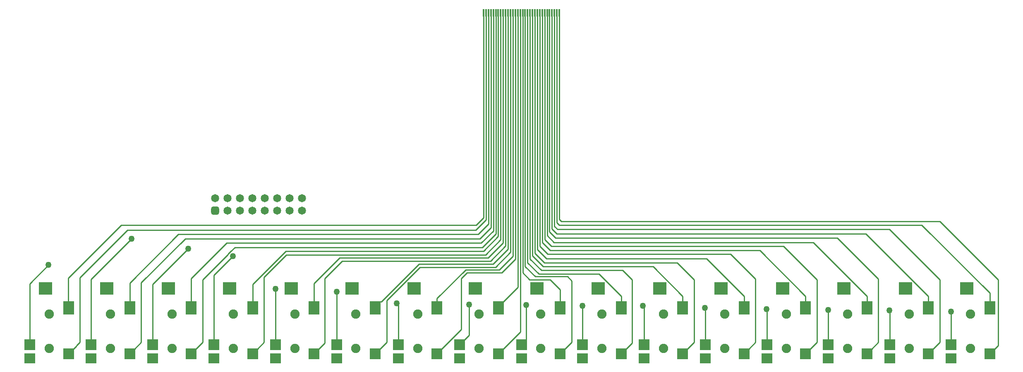
<source format=gtl>
G04*
G04 #@! TF.GenerationSoftware,Altium Limited,Altium Designer,23.8.1 (32)*
G04*
G04 Layer_Physical_Order=1*
G04 Layer_Color=255*
%FSLAX44Y44*%
%MOMM*%
G71*
G04*
G04 #@! TF.SameCoordinates,2CD9F57F-E5B0-4E4F-9D8E-019A79B69F08*
G04*
G04*
G04 #@! TF.FilePolarity,Positive*
G04*
G01*
G75*
%ADD12C,0.2540*%
%ADD14R,2.3000X2.0000*%
%ADD15R,2.3000X2.1999*%
%ADD16R,2.3000X2.8001*%
%ADD17R,2.8001X2.5999*%
%ADD18R,0.3500X1.6000*%
%ADD27C,1.8999*%
%ADD28C,1.6500*%
G04:AMPARAMS|DCode=29|XSize=1.65mm|YSize=1.65mm|CornerRadius=0.4125mm|HoleSize=0mm|Usage=FLASHONLY|Rotation=0.000|XOffset=0mm|YOffset=0mm|HoleType=Round|Shape=RoundedRectangle|*
%AMROUNDEDRECTD29*
21,1,1.6500,0.8250,0,0,0.0*
21,1,0.8250,1.6500,0,0,0.0*
1,1,0.8250,0.4125,-0.4125*
1,1,0.8250,-0.4125,-0.4125*
1,1,0.8250,-0.4125,0.4125*
1,1,0.8250,0.4125,0.4125*
%
%ADD29ROUNDEDRECTD29*%
%ADD30C,1.2700*%
D12*
X104119Y178082D02*
Y238739D01*
Y178082D02*
X104620Y177581D01*
X121119Y100581D02*
X127500Y106962D01*
X104620Y83581D02*
X105120D01*
X121119Y99580D01*
Y100581D01*
X25120Y102580D02*
Y227050D01*
X343400Y319270D02*
X946650D01*
X253230Y229100D02*
X343400Y319270D01*
X253230Y106962D02*
Y229100D01*
X276580Y102580D02*
Y225780D01*
X349250Y298450D01*
X1911070Y102580D02*
Y169900D01*
X1532890Y175260D02*
X1533880Y174270D01*
Y102580D02*
Y174270D01*
X1784350Y172720D02*
X1785340Y171730D01*
Y102580D02*
Y171730D01*
X1659610Y102580D02*
Y173710D01*
X1407160Y177800D02*
X1408150Y176810D01*
Y102580D02*
Y176810D01*
X1280160Y181610D02*
X1282420Y179350D01*
Y102580D02*
Y179350D01*
X1156690Y102580D02*
Y181890D01*
X1041110Y111981D02*
Y183120D01*
X1031610Y102481D02*
X1041110Y111981D01*
X994459Y93811D02*
X1029040Y128392D01*
Y781550D01*
X924560Y121910D02*
Y184150D01*
X905731Y102580D02*
X915460Y112310D01*
Y112810D01*
X924560Y121910D01*
X905230Y102580D02*
X905731D01*
X775970Y186690D02*
X779500Y183160D01*
Y102580D02*
Y183160D01*
X653150Y102580D02*
Y210450D01*
X528040Y102580D02*
Y216180D01*
X436482Y293370D02*
X436880D01*
X378960Y235450D02*
X430530Y287020D01*
X436880Y293370D02*
X445000Y301490D01*
X430530Y287418D02*
X436482Y293370D01*
X430530Y287020D02*
Y287418D01*
X402310Y244830D02*
X440690Y283210D01*
X402310Y102580D02*
Y244830D01*
X150850Y102580D02*
Y235940D01*
X233680Y318770D01*
X229849Y228579D02*
X329430Y328160D01*
X942840D01*
X229849Y177581D02*
Y228579D01*
X25120Y227050D02*
X63500Y265430D01*
X212590Y347210D02*
X939030D01*
X954040Y362220D01*
X104119Y238739D02*
X212590Y347210D01*
X1887720Y354830D02*
X2007100Y235450D01*
X1113020Y354830D02*
X1887720D01*
X1109210Y347210D02*
X1850890D01*
X1990069Y208031D01*
Y177581D02*
Y208031D01*
X1109040Y358810D02*
X1113020Y354830D01*
X2007100Y100612D02*
Y235450D01*
X2000299Y93811D02*
X2007100Y100612D01*
X1104040Y352380D02*
X1109210Y347210D01*
X1784850Y338320D02*
X1887720Y235450D01*
X1099040Y344680D02*
X1105400Y338320D01*
X1784850D01*
X1736408Y329430D02*
X1864339Y201499D01*
X1094040Y339520D02*
X1104130Y329430D01*
X1736408D01*
X1101590Y320540D02*
X1678170D01*
X1761990Y236720D01*
X1089040Y333090D02*
X1101590Y320540D01*
X1084040Y325390D02*
X1097780Y311650D01*
X1628458D01*
X1738609Y201499D01*
X1079040Y317690D02*
X1092700Y304030D01*
X1567680D02*
X1636260Y235450D01*
X1092700Y304030D02*
X1567680D01*
X1519238Y295140D02*
X1612879Y201499D01*
X1074040Y311260D02*
X1090160Y295140D01*
X1519238D01*
X1069040Y303560D02*
X1085080Y287520D01*
X1459730D01*
X1510530Y236720D01*
X1064040Y297130D02*
X1082540Y278630D01*
X1410018D02*
X1487149Y201499D01*
X1082540Y278630D02*
X1410018D01*
X1350510Y269740D02*
X1384800Y235450D01*
X1059040Y289430D02*
X1078730Y269740D01*
X1350510D01*
X1099040Y344680D02*
Y781550D01*
X1094040Y339520D02*
Y781550D01*
X1089040Y333090D02*
Y781550D01*
X1084040Y325390D02*
Y781550D01*
X1079040Y317690D02*
Y781550D01*
X1074040Y311260D02*
Y781550D01*
X1069040Y303560D02*
Y781550D01*
X1044040Y270140D02*
Y781550D01*
X1067070Y247110D02*
X1190078D01*
X1044040Y270140D02*
X1067070Y247110D01*
X1049040Y277840D02*
X1072380Y254500D01*
X1049040Y277840D02*
Y781550D01*
X1072380Y254500D02*
X1238750D01*
X1064040Y297130D02*
Y781550D01*
X1109040Y358810D02*
Y781550D01*
X1104040Y352380D02*
Y781550D01*
X1864339Y177581D02*
Y201499D01*
X1738609Y177581D02*
Y201499D01*
X1636260Y106962D02*
Y235450D01*
X1612879Y177581D02*
Y201499D01*
X1510530Y106962D02*
Y236720D01*
X1487149Y177581D02*
Y201499D01*
X1076190Y262120D02*
X1300798D01*
X1361419Y201499D01*
X1238750Y254500D02*
X1257800Y235450D01*
X1190078Y247110D02*
X1235689Y201499D01*
X1361419Y177581D02*
Y201499D01*
X1257800Y105692D02*
Y235450D01*
X1054040Y284270D02*
X1076190Y262120D01*
X1125720Y241800D02*
X1134610Y232910D01*
X1039040Y262440D02*
X1059680Y241800D01*
X1125720D01*
X1235689Y177581D02*
Y201499D01*
X1034040Y249660D02*
X1048250Y235450D01*
X1090160D01*
X1110610Y215000D01*
Y177482D02*
Y215000D01*
X1034040Y249660D02*
Y781550D01*
X2000299Y93310D02*
Y93811D01*
X1990570Y83581D02*
X2000299Y93310D01*
X1990069Y83581D02*
X1990570D01*
X1887720Y106962D02*
Y235450D01*
X1874569Y93811D02*
X1887720Y106962D01*
X1874569Y93310D02*
Y93811D01*
X1864840Y83581D02*
X1874569Y93310D01*
X1864339Y83581D02*
X1864840D01*
X1761990Y106962D02*
Y236720D01*
X1748839Y93811D02*
X1761990Y106962D01*
X1748839Y93310D02*
Y93811D01*
X1739110Y83581D02*
X1748839Y93310D01*
X1738609Y83581D02*
X1739110D01*
X1623109Y93811D02*
X1636260Y106962D01*
X1623109Y93310D02*
Y93811D01*
X1613380Y83581D02*
X1623109Y93310D01*
X1612879Y83581D02*
X1613380D01*
X1134610Y107482D02*
Y232910D01*
X1120839Y93712D02*
X1134610Y107482D01*
X1120839Y93211D02*
Y93712D01*
X1111110Y83482D02*
X1120839Y93211D01*
X1110610Y83482D02*
X1111110D01*
X1245919Y93811D02*
X1257800Y105692D01*
X1245919Y93310D02*
Y93811D01*
X1236190Y83581D02*
X1245919Y93310D01*
X1235689Y83581D02*
X1236190D01*
X1384800Y106962D02*
Y235450D01*
X1371649Y93811D02*
X1384800Y106962D01*
X1371649Y93310D02*
Y93811D01*
X1361920Y83581D02*
X1371649Y93310D01*
X1361419Y83581D02*
X1361920D01*
X1497379Y93811D02*
X1510530Y106962D01*
X1497379Y93310D02*
Y93811D01*
X1487650Y83581D02*
X1497379Y93310D01*
X1487149Y83581D02*
X1487650D01*
X1039040Y262440D02*
Y781550D01*
X1054040Y284270D02*
Y781550D01*
X1059040Y289430D02*
Y781550D01*
X991100Y249420D02*
X1019040Y277360D01*
X919980Y249420D02*
X991100D01*
X1019040Y277360D02*
Y781550D01*
X986020Y255770D02*
X1014040Y283790D01*
X917440Y255770D02*
X986020D01*
X1014040Y283790D02*
Y781550D01*
X823850Y260850D02*
X978400D01*
X1009040Y291490D01*
Y781550D01*
X942840Y328160D02*
X964040Y349360D01*
Y781550D01*
X946650Y319270D02*
X969040Y341660D01*
Y781550D01*
X989040Y317210D02*
Y781550D01*
X958080Y286250D02*
X989040Y317210D01*
X550410Y286250D02*
X958080D01*
X994040Y310780D02*
Y781550D01*
X659630Y279900D02*
X963160D01*
X994040Y310780D01*
X664710Y273550D02*
X968240D01*
X999040Y304350D01*
Y781550D01*
X821768Y267200D02*
X973320D01*
X1004040Y297920D02*
Y781550D01*
X973320Y267200D02*
X1004040Y297920D01*
X984040Y323640D02*
Y781550D01*
X979040Y328800D02*
Y781550D01*
X954270Y293870D02*
X984040Y323640D01*
X951730Y301490D02*
X979040Y328800D01*
X949190Y310380D02*
X974040Y335230D01*
Y781550D01*
X549140Y293870D02*
X954270D01*
X445000Y301490D02*
X951730D01*
X428490Y310380D02*
X949190D01*
X127500Y239260D02*
X225290Y337050D01*
X937760D02*
X959040Y358330D01*
X225290Y337050D02*
X937760D01*
X959040Y358330D02*
Y781550D01*
X954040Y362220D02*
Y781550D01*
X355579Y237469D02*
X428490Y310380D01*
X355579Y177581D02*
Y237469D01*
X378960Y106962D02*
Y235450D01*
X504690Y240530D02*
X550410Y286250D01*
X481309Y226039D02*
X549140Y293870D01*
X481309Y177581D02*
Y226039D01*
X504690Y106962D02*
Y240530D01*
X607039Y227309D02*
X659630Y279900D01*
X629150Y237990D02*
X664710Y273550D01*
X607039Y177581D02*
Y227309D01*
X629150Y105692D02*
Y237990D01*
X744880Y190312D02*
X821768Y267200D01*
X127500Y106962D02*
Y239260D01*
X104119Y83581D02*
X104620D01*
X230350D02*
X240079Y93310D01*
Y93811D01*
X229849Y83581D02*
X230350D01*
X240079Y93811D02*
X253230Y106962D01*
X355579Y83581D02*
X356080D01*
X365809Y93310D01*
Y93811D01*
X378960Y106962D01*
X491539Y93811D02*
X504690Y106962D01*
X481309Y83581D02*
X481810D01*
X491539Y93310D01*
Y93811D01*
X607540Y83581D02*
X617269Y93310D01*
Y93811D01*
X607039Y83581D02*
X607540D01*
X617269Y93811D02*
X629150Y105692D01*
X732150Y177581D02*
Y180082D01*
X742379Y190312D01*
X744880D01*
X756150Y193150D02*
X823850Y260850D01*
X756150Y107581D02*
Y193150D01*
X732650Y83581D02*
X742379Y93310D01*
Y93811D01*
X756150Y107581D01*
X732150Y83581D02*
X732650D01*
X858499Y196829D02*
X917440Y255770D01*
X908550Y237990D02*
X919980Y249420D01*
X858499Y177581D02*
Y196829D01*
X908550Y133632D02*
Y237990D01*
X859000Y83581D02*
X868729Y93310D01*
Y93811D01*
X858499Y83581D02*
X859000D01*
X868729Y93811D02*
X908550Y133632D01*
X984229Y83581D02*
X984730D01*
X994459Y93310D01*
Y93811D01*
X1024040Y219893D02*
Y781550D01*
X984229Y180082D02*
X1024040Y219893D01*
X1024040Y781550D02*
X1024040Y781550D01*
X984229Y177581D02*
Y180082D01*
D14*
X1031610Y74480D02*
D03*
X653150Y74579D02*
D03*
X1911070D02*
D03*
X1785340D02*
D03*
X1659610D02*
D03*
X1533880D02*
D03*
X1408150D02*
D03*
X1282420D02*
D03*
X1156690D02*
D03*
X905230D02*
D03*
X779500D02*
D03*
X528040D02*
D03*
X402310D02*
D03*
X276580D02*
D03*
X150850D02*
D03*
X25621D02*
D03*
D15*
X1110610Y83482D02*
D03*
X1031610Y102481D02*
D03*
X732150Y83581D02*
D03*
X653150Y102580D02*
D03*
X1990069Y83581D02*
D03*
X1911070Y102580D02*
D03*
X1864339Y83581D02*
D03*
X1785340Y102580D02*
D03*
X1738609Y83581D02*
D03*
X1659610Y102580D02*
D03*
X1612879Y83581D02*
D03*
X1533880Y102580D02*
D03*
X1487149Y83581D02*
D03*
X1408150Y102580D02*
D03*
X1361419Y83581D02*
D03*
X1282420Y102580D02*
D03*
X1235689Y83581D02*
D03*
X1156690Y102580D02*
D03*
X984229Y83581D02*
D03*
X905230Y102580D02*
D03*
X858499Y83581D02*
D03*
X779500Y102580D02*
D03*
X607039Y83581D02*
D03*
X528040Y102580D02*
D03*
X481309Y83581D02*
D03*
X402310Y102580D02*
D03*
X355579Y83581D02*
D03*
X276580Y102580D02*
D03*
X229849Y83581D02*
D03*
X150850Y102580D02*
D03*
X104620Y83581D02*
D03*
X25621Y102580D02*
D03*
D16*
X1110610Y177482D02*
D03*
X732150Y177581D02*
D03*
X1990069D02*
D03*
X1864339D02*
D03*
X1738609D02*
D03*
X1612879D02*
D03*
X1487149D02*
D03*
X1361419D02*
D03*
X1235689D02*
D03*
X984229D02*
D03*
X858499D02*
D03*
X607039D02*
D03*
X481309D02*
D03*
X355579D02*
D03*
X229849D02*
D03*
X104620D02*
D03*
D17*
X1063609Y217482D02*
D03*
X685149Y217581D02*
D03*
X1943069D02*
D03*
X1817339D02*
D03*
X1691609D02*
D03*
X1565879D02*
D03*
X1440149D02*
D03*
X1314419D02*
D03*
X1188689D02*
D03*
X937229D02*
D03*
X811499D02*
D03*
X560039D02*
D03*
X434309D02*
D03*
X308579D02*
D03*
X182849D02*
D03*
X57620D02*
D03*
D18*
X1074040Y781550D02*
D03*
X1079040D02*
D03*
X1084040D02*
D03*
X1089040D02*
D03*
X1094040D02*
D03*
X1099040D02*
D03*
X1104040D02*
D03*
X1109040D02*
D03*
X1034040D02*
D03*
X1039040D02*
D03*
X1044040D02*
D03*
X1049040D02*
D03*
X1054040D02*
D03*
X1059040D02*
D03*
X1064040D02*
D03*
X1069040D02*
D03*
X954040D02*
D03*
X959040D02*
D03*
X964040D02*
D03*
X969040D02*
D03*
X974040D02*
D03*
X979040D02*
D03*
X984040D02*
D03*
X989040D02*
D03*
X994040D02*
D03*
X999040D02*
D03*
X1004040D02*
D03*
X1009040D02*
D03*
X1014040D02*
D03*
X1019040D02*
D03*
X1024040D02*
D03*
X1029040D02*
D03*
D27*
X1071110Y94480D02*
D03*
Y164480D02*
D03*
X692650Y94579D02*
D03*
Y164579D02*
D03*
X1950570Y94579D02*
D03*
Y164579D02*
D03*
X1824840Y94579D02*
D03*
Y164579D02*
D03*
X1699110Y94579D02*
D03*
Y164579D02*
D03*
X1573380Y94579D02*
D03*
Y164579D02*
D03*
X1447650Y94579D02*
D03*
Y164579D02*
D03*
X1321920Y94579D02*
D03*
Y164579D02*
D03*
X1196190Y94579D02*
D03*
Y164579D02*
D03*
X944730Y94579D02*
D03*
Y164579D02*
D03*
X819000Y94579D02*
D03*
Y164579D02*
D03*
X567540Y94579D02*
D03*
Y164579D02*
D03*
X441810Y94579D02*
D03*
Y164579D02*
D03*
X316080Y94579D02*
D03*
Y164579D02*
D03*
X190350Y94579D02*
D03*
Y164579D02*
D03*
X65120Y94579D02*
D03*
Y164579D02*
D03*
D28*
X582160Y401820D02*
D03*
X556760D02*
D03*
X582160Y376420D02*
D03*
X556760D02*
D03*
X480560Y401820D02*
D03*
Y376420D02*
D03*
X455160Y401820D02*
D03*
Y376420D02*
D03*
X404360Y401820D02*
D03*
X429760Y376420D02*
D03*
Y401820D02*
D03*
X505960Y376420D02*
D03*
Y401820D02*
D03*
X531360Y376420D02*
D03*
Y401820D02*
D03*
D29*
X404360Y376420D02*
D03*
D30*
X349250Y298450D02*
D03*
X1911070Y169900D02*
D03*
X1532890Y175260D02*
D03*
X1784350Y172720D02*
D03*
X1659610Y173710D02*
D03*
X1407160Y177800D02*
D03*
X1280160Y181610D02*
D03*
X1156690Y181890D02*
D03*
X1041110Y183120D02*
D03*
X924560Y184150D02*
D03*
X775970Y186690D02*
D03*
X653150Y210450D02*
D03*
X528040Y216180D02*
D03*
X440690Y283210D02*
D03*
X233680Y318770D02*
D03*
X63500Y265430D02*
D03*
M02*

</source>
